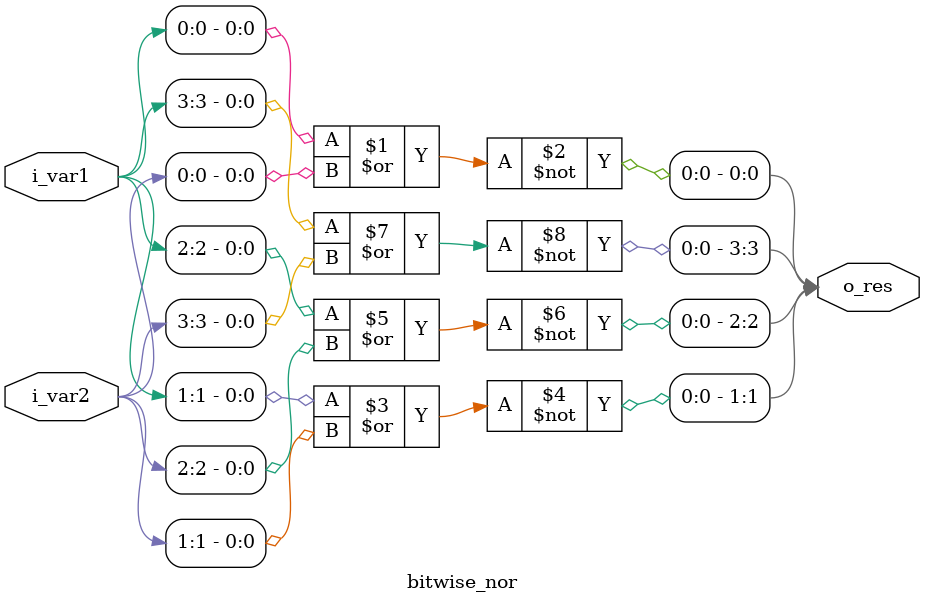
<source format=v>
`timescale 1ns/1ps

module bitwise_nor( i_var1, i_var2, o_res);

parameter WIDTH = 4;

input  [WIDTH-1:0] i_var1,i_var2;
output [WIDTH-1:0] o_res;

genvar i;

generate
	for( i = 0 ; i < WIDTH ; i = i + 1 )begin:NOR
		nor  nor_inst (o_res[i], i_var1[i],i_var2[i]);
	end
endgenerate
endmodule


</source>
